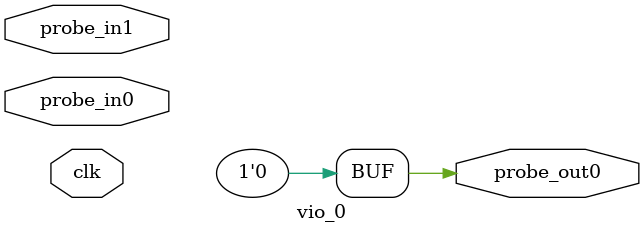
<source format=v>
`timescale 1ns / 1ps
module vio_0 (
clk,
probe_in0,probe_in1,
probe_out0
);

input clk;
input [8 : 0] probe_in0;
input [0 : 0] probe_in1;

output reg [0 : 0] probe_out0 = 'h0 ;


endmodule

</source>
